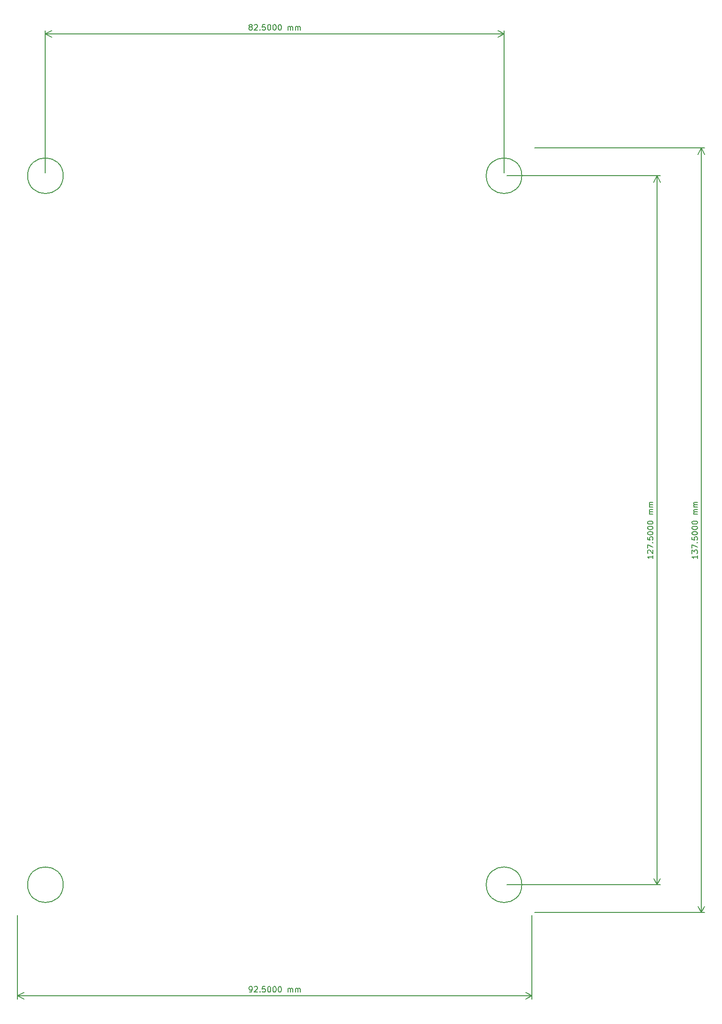
<source format=gbr>
%TF.GenerationSoftware,KiCad,Pcbnew,7.0.9*%
%TF.CreationDate,2024-08-13T21:33:33-05:00*%
%TF.ProjectId,TestStand,54657374-5374-4616-9e64-2e6b69636164,rev?*%
%TF.SameCoordinates,Original*%
%TF.FileFunction,Other,Comment*%
%FSLAX46Y46*%
G04 Gerber Fmt 4.6, Leading zero omitted, Abs format (unit mm)*
G04 Created by KiCad (PCBNEW 7.0.9) date 2024-08-13 21:33:33*
%MOMM*%
%LPD*%
G01*
G04 APERTURE LIST*
%ADD10C,0.150000*%
G04 APERTURE END LIST*
D10*
X144804819Y-136273809D02*
X144804819Y-136845237D01*
X144804819Y-136559523D02*
X143804819Y-136559523D01*
X143804819Y-136559523D02*
X143947676Y-136654761D01*
X143947676Y-136654761D02*
X144042914Y-136749999D01*
X144042914Y-136749999D02*
X144090533Y-136845237D01*
X143804819Y-135940475D02*
X143804819Y-135321428D01*
X143804819Y-135321428D02*
X144185771Y-135654761D01*
X144185771Y-135654761D02*
X144185771Y-135511904D01*
X144185771Y-135511904D02*
X144233390Y-135416666D01*
X144233390Y-135416666D02*
X144281009Y-135369047D01*
X144281009Y-135369047D02*
X144376247Y-135321428D01*
X144376247Y-135321428D02*
X144614342Y-135321428D01*
X144614342Y-135321428D02*
X144709580Y-135369047D01*
X144709580Y-135369047D02*
X144757200Y-135416666D01*
X144757200Y-135416666D02*
X144804819Y-135511904D01*
X144804819Y-135511904D02*
X144804819Y-135797618D01*
X144804819Y-135797618D02*
X144757200Y-135892856D01*
X144757200Y-135892856D02*
X144709580Y-135940475D01*
X143804819Y-134988094D02*
X143804819Y-134321428D01*
X143804819Y-134321428D02*
X144804819Y-134749999D01*
X144709580Y-133940475D02*
X144757200Y-133892856D01*
X144757200Y-133892856D02*
X144804819Y-133940475D01*
X144804819Y-133940475D02*
X144757200Y-133988094D01*
X144757200Y-133988094D02*
X144709580Y-133940475D01*
X144709580Y-133940475D02*
X144804819Y-133940475D01*
X143804819Y-132988095D02*
X143804819Y-133464285D01*
X143804819Y-133464285D02*
X144281009Y-133511904D01*
X144281009Y-133511904D02*
X144233390Y-133464285D01*
X144233390Y-133464285D02*
X144185771Y-133369047D01*
X144185771Y-133369047D02*
X144185771Y-133130952D01*
X144185771Y-133130952D02*
X144233390Y-133035714D01*
X144233390Y-133035714D02*
X144281009Y-132988095D01*
X144281009Y-132988095D02*
X144376247Y-132940476D01*
X144376247Y-132940476D02*
X144614342Y-132940476D01*
X144614342Y-132940476D02*
X144709580Y-132988095D01*
X144709580Y-132988095D02*
X144757200Y-133035714D01*
X144757200Y-133035714D02*
X144804819Y-133130952D01*
X144804819Y-133130952D02*
X144804819Y-133369047D01*
X144804819Y-133369047D02*
X144757200Y-133464285D01*
X144757200Y-133464285D02*
X144709580Y-133511904D01*
X143804819Y-132321428D02*
X143804819Y-132226190D01*
X143804819Y-132226190D02*
X143852438Y-132130952D01*
X143852438Y-132130952D02*
X143900057Y-132083333D01*
X143900057Y-132083333D02*
X143995295Y-132035714D01*
X143995295Y-132035714D02*
X144185771Y-131988095D01*
X144185771Y-131988095D02*
X144423866Y-131988095D01*
X144423866Y-131988095D02*
X144614342Y-132035714D01*
X144614342Y-132035714D02*
X144709580Y-132083333D01*
X144709580Y-132083333D02*
X144757200Y-132130952D01*
X144757200Y-132130952D02*
X144804819Y-132226190D01*
X144804819Y-132226190D02*
X144804819Y-132321428D01*
X144804819Y-132321428D02*
X144757200Y-132416666D01*
X144757200Y-132416666D02*
X144709580Y-132464285D01*
X144709580Y-132464285D02*
X144614342Y-132511904D01*
X144614342Y-132511904D02*
X144423866Y-132559523D01*
X144423866Y-132559523D02*
X144185771Y-132559523D01*
X144185771Y-132559523D02*
X143995295Y-132511904D01*
X143995295Y-132511904D02*
X143900057Y-132464285D01*
X143900057Y-132464285D02*
X143852438Y-132416666D01*
X143852438Y-132416666D02*
X143804819Y-132321428D01*
X143804819Y-131369047D02*
X143804819Y-131273809D01*
X143804819Y-131273809D02*
X143852438Y-131178571D01*
X143852438Y-131178571D02*
X143900057Y-131130952D01*
X143900057Y-131130952D02*
X143995295Y-131083333D01*
X143995295Y-131083333D02*
X144185771Y-131035714D01*
X144185771Y-131035714D02*
X144423866Y-131035714D01*
X144423866Y-131035714D02*
X144614342Y-131083333D01*
X144614342Y-131083333D02*
X144709580Y-131130952D01*
X144709580Y-131130952D02*
X144757200Y-131178571D01*
X144757200Y-131178571D02*
X144804819Y-131273809D01*
X144804819Y-131273809D02*
X144804819Y-131369047D01*
X144804819Y-131369047D02*
X144757200Y-131464285D01*
X144757200Y-131464285D02*
X144709580Y-131511904D01*
X144709580Y-131511904D02*
X144614342Y-131559523D01*
X144614342Y-131559523D02*
X144423866Y-131607142D01*
X144423866Y-131607142D02*
X144185771Y-131607142D01*
X144185771Y-131607142D02*
X143995295Y-131559523D01*
X143995295Y-131559523D02*
X143900057Y-131511904D01*
X143900057Y-131511904D02*
X143852438Y-131464285D01*
X143852438Y-131464285D02*
X143804819Y-131369047D01*
X143804819Y-130416666D02*
X143804819Y-130321428D01*
X143804819Y-130321428D02*
X143852438Y-130226190D01*
X143852438Y-130226190D02*
X143900057Y-130178571D01*
X143900057Y-130178571D02*
X143995295Y-130130952D01*
X143995295Y-130130952D02*
X144185771Y-130083333D01*
X144185771Y-130083333D02*
X144423866Y-130083333D01*
X144423866Y-130083333D02*
X144614342Y-130130952D01*
X144614342Y-130130952D02*
X144709580Y-130178571D01*
X144709580Y-130178571D02*
X144757200Y-130226190D01*
X144757200Y-130226190D02*
X144804819Y-130321428D01*
X144804819Y-130321428D02*
X144804819Y-130416666D01*
X144804819Y-130416666D02*
X144757200Y-130511904D01*
X144757200Y-130511904D02*
X144709580Y-130559523D01*
X144709580Y-130559523D02*
X144614342Y-130607142D01*
X144614342Y-130607142D02*
X144423866Y-130654761D01*
X144423866Y-130654761D02*
X144185771Y-130654761D01*
X144185771Y-130654761D02*
X143995295Y-130607142D01*
X143995295Y-130607142D02*
X143900057Y-130559523D01*
X143900057Y-130559523D02*
X143852438Y-130511904D01*
X143852438Y-130511904D02*
X143804819Y-130416666D01*
X144804819Y-128892856D02*
X144138152Y-128892856D01*
X144233390Y-128892856D02*
X144185771Y-128845237D01*
X144185771Y-128845237D02*
X144138152Y-128749999D01*
X144138152Y-128749999D02*
X144138152Y-128607142D01*
X144138152Y-128607142D02*
X144185771Y-128511904D01*
X144185771Y-128511904D02*
X144281009Y-128464285D01*
X144281009Y-128464285D02*
X144804819Y-128464285D01*
X144281009Y-128464285D02*
X144185771Y-128416666D01*
X144185771Y-128416666D02*
X144138152Y-128321428D01*
X144138152Y-128321428D02*
X144138152Y-128178571D01*
X144138152Y-128178571D02*
X144185771Y-128083332D01*
X144185771Y-128083332D02*
X144281009Y-128035713D01*
X144281009Y-128035713D02*
X144804819Y-128035713D01*
X144804819Y-127559523D02*
X144138152Y-127559523D01*
X144233390Y-127559523D02*
X144185771Y-127511904D01*
X144185771Y-127511904D02*
X144138152Y-127416666D01*
X144138152Y-127416666D02*
X144138152Y-127273809D01*
X144138152Y-127273809D02*
X144185771Y-127178571D01*
X144185771Y-127178571D02*
X144281009Y-127130952D01*
X144281009Y-127130952D02*
X144804819Y-127130952D01*
X144281009Y-127130952D02*
X144185771Y-127083333D01*
X144185771Y-127083333D02*
X144138152Y-126988095D01*
X144138152Y-126988095D02*
X144138152Y-126845238D01*
X144138152Y-126845238D02*
X144185771Y-126749999D01*
X144185771Y-126749999D02*
X144281009Y-126702380D01*
X144281009Y-126702380D02*
X144804819Y-126702380D01*
X115500000Y-200500000D02*
X146086420Y-200500000D01*
X115500000Y-63000000D02*
X146086420Y-63000000D01*
X145500000Y-200500000D02*
X145500000Y-63000000D01*
X145500000Y-200500000D02*
X145500000Y-63000000D01*
X145500000Y-200500000D02*
X144913579Y-199373496D01*
X145500000Y-200500000D02*
X146086421Y-199373496D01*
X145500000Y-63000000D02*
X146086421Y-64126504D01*
X145500000Y-63000000D02*
X144913579Y-64126504D01*
X64226191Y-214804818D02*
X64416667Y-214804818D01*
X64416667Y-214804818D02*
X64511905Y-214757199D01*
X64511905Y-214757199D02*
X64559524Y-214709579D01*
X64559524Y-214709579D02*
X64654762Y-214566722D01*
X64654762Y-214566722D02*
X64702381Y-214376246D01*
X64702381Y-214376246D02*
X64702381Y-213995294D01*
X64702381Y-213995294D02*
X64654762Y-213900056D01*
X64654762Y-213900056D02*
X64607143Y-213852437D01*
X64607143Y-213852437D02*
X64511905Y-213804818D01*
X64511905Y-213804818D02*
X64321429Y-213804818D01*
X64321429Y-213804818D02*
X64226191Y-213852437D01*
X64226191Y-213852437D02*
X64178572Y-213900056D01*
X64178572Y-213900056D02*
X64130953Y-213995294D01*
X64130953Y-213995294D02*
X64130953Y-214233389D01*
X64130953Y-214233389D02*
X64178572Y-214328627D01*
X64178572Y-214328627D02*
X64226191Y-214376246D01*
X64226191Y-214376246D02*
X64321429Y-214423865D01*
X64321429Y-214423865D02*
X64511905Y-214423865D01*
X64511905Y-214423865D02*
X64607143Y-214376246D01*
X64607143Y-214376246D02*
X64654762Y-214328627D01*
X64654762Y-214328627D02*
X64702381Y-214233389D01*
X65083334Y-213900056D02*
X65130953Y-213852437D01*
X65130953Y-213852437D02*
X65226191Y-213804818D01*
X65226191Y-213804818D02*
X65464286Y-213804818D01*
X65464286Y-213804818D02*
X65559524Y-213852437D01*
X65559524Y-213852437D02*
X65607143Y-213900056D01*
X65607143Y-213900056D02*
X65654762Y-213995294D01*
X65654762Y-213995294D02*
X65654762Y-214090532D01*
X65654762Y-214090532D02*
X65607143Y-214233389D01*
X65607143Y-214233389D02*
X65035715Y-214804818D01*
X65035715Y-214804818D02*
X65654762Y-214804818D01*
X66083334Y-214709579D02*
X66130953Y-214757199D01*
X66130953Y-214757199D02*
X66083334Y-214804818D01*
X66083334Y-214804818D02*
X66035715Y-214757199D01*
X66035715Y-214757199D02*
X66083334Y-214709579D01*
X66083334Y-214709579D02*
X66083334Y-214804818D01*
X67035714Y-213804818D02*
X66559524Y-213804818D01*
X66559524Y-213804818D02*
X66511905Y-214281008D01*
X66511905Y-214281008D02*
X66559524Y-214233389D01*
X66559524Y-214233389D02*
X66654762Y-214185770D01*
X66654762Y-214185770D02*
X66892857Y-214185770D01*
X66892857Y-214185770D02*
X66988095Y-214233389D01*
X66988095Y-214233389D02*
X67035714Y-214281008D01*
X67035714Y-214281008D02*
X67083333Y-214376246D01*
X67083333Y-214376246D02*
X67083333Y-214614341D01*
X67083333Y-214614341D02*
X67035714Y-214709579D01*
X67035714Y-214709579D02*
X66988095Y-214757199D01*
X66988095Y-214757199D02*
X66892857Y-214804818D01*
X66892857Y-214804818D02*
X66654762Y-214804818D01*
X66654762Y-214804818D02*
X66559524Y-214757199D01*
X66559524Y-214757199D02*
X66511905Y-214709579D01*
X67702381Y-213804818D02*
X67797619Y-213804818D01*
X67797619Y-213804818D02*
X67892857Y-213852437D01*
X67892857Y-213852437D02*
X67940476Y-213900056D01*
X67940476Y-213900056D02*
X67988095Y-213995294D01*
X67988095Y-213995294D02*
X68035714Y-214185770D01*
X68035714Y-214185770D02*
X68035714Y-214423865D01*
X68035714Y-214423865D02*
X67988095Y-214614341D01*
X67988095Y-214614341D02*
X67940476Y-214709579D01*
X67940476Y-214709579D02*
X67892857Y-214757199D01*
X67892857Y-214757199D02*
X67797619Y-214804818D01*
X67797619Y-214804818D02*
X67702381Y-214804818D01*
X67702381Y-214804818D02*
X67607143Y-214757199D01*
X67607143Y-214757199D02*
X67559524Y-214709579D01*
X67559524Y-214709579D02*
X67511905Y-214614341D01*
X67511905Y-214614341D02*
X67464286Y-214423865D01*
X67464286Y-214423865D02*
X67464286Y-214185770D01*
X67464286Y-214185770D02*
X67511905Y-213995294D01*
X67511905Y-213995294D02*
X67559524Y-213900056D01*
X67559524Y-213900056D02*
X67607143Y-213852437D01*
X67607143Y-213852437D02*
X67702381Y-213804818D01*
X68654762Y-213804818D02*
X68750000Y-213804818D01*
X68750000Y-213804818D02*
X68845238Y-213852437D01*
X68845238Y-213852437D02*
X68892857Y-213900056D01*
X68892857Y-213900056D02*
X68940476Y-213995294D01*
X68940476Y-213995294D02*
X68988095Y-214185770D01*
X68988095Y-214185770D02*
X68988095Y-214423865D01*
X68988095Y-214423865D02*
X68940476Y-214614341D01*
X68940476Y-214614341D02*
X68892857Y-214709579D01*
X68892857Y-214709579D02*
X68845238Y-214757199D01*
X68845238Y-214757199D02*
X68750000Y-214804818D01*
X68750000Y-214804818D02*
X68654762Y-214804818D01*
X68654762Y-214804818D02*
X68559524Y-214757199D01*
X68559524Y-214757199D02*
X68511905Y-214709579D01*
X68511905Y-214709579D02*
X68464286Y-214614341D01*
X68464286Y-214614341D02*
X68416667Y-214423865D01*
X68416667Y-214423865D02*
X68416667Y-214185770D01*
X68416667Y-214185770D02*
X68464286Y-213995294D01*
X68464286Y-213995294D02*
X68511905Y-213900056D01*
X68511905Y-213900056D02*
X68559524Y-213852437D01*
X68559524Y-213852437D02*
X68654762Y-213804818D01*
X69607143Y-213804818D02*
X69702381Y-213804818D01*
X69702381Y-213804818D02*
X69797619Y-213852437D01*
X69797619Y-213852437D02*
X69845238Y-213900056D01*
X69845238Y-213900056D02*
X69892857Y-213995294D01*
X69892857Y-213995294D02*
X69940476Y-214185770D01*
X69940476Y-214185770D02*
X69940476Y-214423865D01*
X69940476Y-214423865D02*
X69892857Y-214614341D01*
X69892857Y-214614341D02*
X69845238Y-214709579D01*
X69845238Y-214709579D02*
X69797619Y-214757199D01*
X69797619Y-214757199D02*
X69702381Y-214804818D01*
X69702381Y-214804818D02*
X69607143Y-214804818D01*
X69607143Y-214804818D02*
X69511905Y-214757199D01*
X69511905Y-214757199D02*
X69464286Y-214709579D01*
X69464286Y-214709579D02*
X69416667Y-214614341D01*
X69416667Y-214614341D02*
X69369048Y-214423865D01*
X69369048Y-214423865D02*
X69369048Y-214185770D01*
X69369048Y-214185770D02*
X69416667Y-213995294D01*
X69416667Y-213995294D02*
X69464286Y-213900056D01*
X69464286Y-213900056D02*
X69511905Y-213852437D01*
X69511905Y-213852437D02*
X69607143Y-213804818D01*
X71130953Y-214804818D02*
X71130953Y-214138151D01*
X71130953Y-214233389D02*
X71178572Y-214185770D01*
X71178572Y-214185770D02*
X71273810Y-214138151D01*
X71273810Y-214138151D02*
X71416667Y-214138151D01*
X71416667Y-214138151D02*
X71511905Y-214185770D01*
X71511905Y-214185770D02*
X71559524Y-214281008D01*
X71559524Y-214281008D02*
X71559524Y-214804818D01*
X71559524Y-214281008D02*
X71607143Y-214185770D01*
X71607143Y-214185770D02*
X71702381Y-214138151D01*
X71702381Y-214138151D02*
X71845238Y-214138151D01*
X71845238Y-214138151D02*
X71940477Y-214185770D01*
X71940477Y-214185770D02*
X71988096Y-214281008D01*
X71988096Y-214281008D02*
X71988096Y-214804818D01*
X72464286Y-214804818D02*
X72464286Y-214138151D01*
X72464286Y-214233389D02*
X72511905Y-214185770D01*
X72511905Y-214185770D02*
X72607143Y-214138151D01*
X72607143Y-214138151D02*
X72750000Y-214138151D01*
X72750000Y-214138151D02*
X72845238Y-214185770D01*
X72845238Y-214185770D02*
X72892857Y-214281008D01*
X72892857Y-214281008D02*
X72892857Y-214804818D01*
X72892857Y-214281008D02*
X72940476Y-214185770D01*
X72940476Y-214185770D02*
X73035714Y-214138151D01*
X73035714Y-214138151D02*
X73178571Y-214138151D01*
X73178571Y-214138151D02*
X73273810Y-214185770D01*
X73273810Y-214185770D02*
X73321429Y-214281008D01*
X73321429Y-214281008D02*
X73321429Y-214804818D01*
X22500000Y-201000000D02*
X22500000Y-216086419D01*
X115000000Y-201000000D02*
X115000000Y-216086419D01*
X22500000Y-215499999D02*
X115000000Y-215499999D01*
X22500000Y-215499999D02*
X115000000Y-215499999D01*
X22500000Y-215499999D02*
X23626504Y-214913578D01*
X22500000Y-215499999D02*
X23626504Y-216086420D01*
X115000000Y-215499999D02*
X113873496Y-216086420D01*
X115000000Y-215499999D02*
X113873496Y-214913578D01*
X136804819Y-136273809D02*
X136804819Y-136845237D01*
X136804819Y-136559523D02*
X135804819Y-136559523D01*
X135804819Y-136559523D02*
X135947676Y-136654761D01*
X135947676Y-136654761D02*
X136042914Y-136749999D01*
X136042914Y-136749999D02*
X136090533Y-136845237D01*
X135900057Y-135892856D02*
X135852438Y-135845237D01*
X135852438Y-135845237D02*
X135804819Y-135749999D01*
X135804819Y-135749999D02*
X135804819Y-135511904D01*
X135804819Y-135511904D02*
X135852438Y-135416666D01*
X135852438Y-135416666D02*
X135900057Y-135369047D01*
X135900057Y-135369047D02*
X135995295Y-135321428D01*
X135995295Y-135321428D02*
X136090533Y-135321428D01*
X136090533Y-135321428D02*
X136233390Y-135369047D01*
X136233390Y-135369047D02*
X136804819Y-135940475D01*
X136804819Y-135940475D02*
X136804819Y-135321428D01*
X135804819Y-134988094D02*
X135804819Y-134321428D01*
X135804819Y-134321428D02*
X136804819Y-134749999D01*
X136709580Y-133940475D02*
X136757200Y-133892856D01*
X136757200Y-133892856D02*
X136804819Y-133940475D01*
X136804819Y-133940475D02*
X136757200Y-133988094D01*
X136757200Y-133988094D02*
X136709580Y-133940475D01*
X136709580Y-133940475D02*
X136804819Y-133940475D01*
X135804819Y-132988095D02*
X135804819Y-133464285D01*
X135804819Y-133464285D02*
X136281009Y-133511904D01*
X136281009Y-133511904D02*
X136233390Y-133464285D01*
X136233390Y-133464285D02*
X136185771Y-133369047D01*
X136185771Y-133369047D02*
X136185771Y-133130952D01*
X136185771Y-133130952D02*
X136233390Y-133035714D01*
X136233390Y-133035714D02*
X136281009Y-132988095D01*
X136281009Y-132988095D02*
X136376247Y-132940476D01*
X136376247Y-132940476D02*
X136614342Y-132940476D01*
X136614342Y-132940476D02*
X136709580Y-132988095D01*
X136709580Y-132988095D02*
X136757200Y-133035714D01*
X136757200Y-133035714D02*
X136804819Y-133130952D01*
X136804819Y-133130952D02*
X136804819Y-133369047D01*
X136804819Y-133369047D02*
X136757200Y-133464285D01*
X136757200Y-133464285D02*
X136709580Y-133511904D01*
X135804819Y-132321428D02*
X135804819Y-132226190D01*
X135804819Y-132226190D02*
X135852438Y-132130952D01*
X135852438Y-132130952D02*
X135900057Y-132083333D01*
X135900057Y-132083333D02*
X135995295Y-132035714D01*
X135995295Y-132035714D02*
X136185771Y-131988095D01*
X136185771Y-131988095D02*
X136423866Y-131988095D01*
X136423866Y-131988095D02*
X136614342Y-132035714D01*
X136614342Y-132035714D02*
X136709580Y-132083333D01*
X136709580Y-132083333D02*
X136757200Y-132130952D01*
X136757200Y-132130952D02*
X136804819Y-132226190D01*
X136804819Y-132226190D02*
X136804819Y-132321428D01*
X136804819Y-132321428D02*
X136757200Y-132416666D01*
X136757200Y-132416666D02*
X136709580Y-132464285D01*
X136709580Y-132464285D02*
X136614342Y-132511904D01*
X136614342Y-132511904D02*
X136423866Y-132559523D01*
X136423866Y-132559523D02*
X136185771Y-132559523D01*
X136185771Y-132559523D02*
X135995295Y-132511904D01*
X135995295Y-132511904D02*
X135900057Y-132464285D01*
X135900057Y-132464285D02*
X135852438Y-132416666D01*
X135852438Y-132416666D02*
X135804819Y-132321428D01*
X135804819Y-131369047D02*
X135804819Y-131273809D01*
X135804819Y-131273809D02*
X135852438Y-131178571D01*
X135852438Y-131178571D02*
X135900057Y-131130952D01*
X135900057Y-131130952D02*
X135995295Y-131083333D01*
X135995295Y-131083333D02*
X136185771Y-131035714D01*
X136185771Y-131035714D02*
X136423866Y-131035714D01*
X136423866Y-131035714D02*
X136614342Y-131083333D01*
X136614342Y-131083333D02*
X136709580Y-131130952D01*
X136709580Y-131130952D02*
X136757200Y-131178571D01*
X136757200Y-131178571D02*
X136804819Y-131273809D01*
X136804819Y-131273809D02*
X136804819Y-131369047D01*
X136804819Y-131369047D02*
X136757200Y-131464285D01*
X136757200Y-131464285D02*
X136709580Y-131511904D01*
X136709580Y-131511904D02*
X136614342Y-131559523D01*
X136614342Y-131559523D02*
X136423866Y-131607142D01*
X136423866Y-131607142D02*
X136185771Y-131607142D01*
X136185771Y-131607142D02*
X135995295Y-131559523D01*
X135995295Y-131559523D02*
X135900057Y-131511904D01*
X135900057Y-131511904D02*
X135852438Y-131464285D01*
X135852438Y-131464285D02*
X135804819Y-131369047D01*
X135804819Y-130416666D02*
X135804819Y-130321428D01*
X135804819Y-130321428D02*
X135852438Y-130226190D01*
X135852438Y-130226190D02*
X135900057Y-130178571D01*
X135900057Y-130178571D02*
X135995295Y-130130952D01*
X135995295Y-130130952D02*
X136185771Y-130083333D01*
X136185771Y-130083333D02*
X136423866Y-130083333D01*
X136423866Y-130083333D02*
X136614342Y-130130952D01*
X136614342Y-130130952D02*
X136709580Y-130178571D01*
X136709580Y-130178571D02*
X136757200Y-130226190D01*
X136757200Y-130226190D02*
X136804819Y-130321428D01*
X136804819Y-130321428D02*
X136804819Y-130416666D01*
X136804819Y-130416666D02*
X136757200Y-130511904D01*
X136757200Y-130511904D02*
X136709580Y-130559523D01*
X136709580Y-130559523D02*
X136614342Y-130607142D01*
X136614342Y-130607142D02*
X136423866Y-130654761D01*
X136423866Y-130654761D02*
X136185771Y-130654761D01*
X136185771Y-130654761D02*
X135995295Y-130607142D01*
X135995295Y-130607142D02*
X135900057Y-130559523D01*
X135900057Y-130559523D02*
X135852438Y-130511904D01*
X135852438Y-130511904D02*
X135804819Y-130416666D01*
X136804819Y-128892856D02*
X136138152Y-128892856D01*
X136233390Y-128892856D02*
X136185771Y-128845237D01*
X136185771Y-128845237D02*
X136138152Y-128749999D01*
X136138152Y-128749999D02*
X136138152Y-128607142D01*
X136138152Y-128607142D02*
X136185771Y-128511904D01*
X136185771Y-128511904D02*
X136281009Y-128464285D01*
X136281009Y-128464285D02*
X136804819Y-128464285D01*
X136281009Y-128464285D02*
X136185771Y-128416666D01*
X136185771Y-128416666D02*
X136138152Y-128321428D01*
X136138152Y-128321428D02*
X136138152Y-128178571D01*
X136138152Y-128178571D02*
X136185771Y-128083332D01*
X136185771Y-128083332D02*
X136281009Y-128035713D01*
X136281009Y-128035713D02*
X136804819Y-128035713D01*
X136804819Y-127559523D02*
X136138152Y-127559523D01*
X136233390Y-127559523D02*
X136185771Y-127511904D01*
X136185771Y-127511904D02*
X136138152Y-127416666D01*
X136138152Y-127416666D02*
X136138152Y-127273809D01*
X136138152Y-127273809D02*
X136185771Y-127178571D01*
X136185771Y-127178571D02*
X136281009Y-127130952D01*
X136281009Y-127130952D02*
X136804819Y-127130952D01*
X136281009Y-127130952D02*
X136185771Y-127083333D01*
X136185771Y-127083333D02*
X136138152Y-126988095D01*
X136138152Y-126988095D02*
X136138152Y-126845238D01*
X136138152Y-126845238D02*
X136185771Y-126749999D01*
X136185771Y-126749999D02*
X136281009Y-126702380D01*
X136281009Y-126702380D02*
X136804819Y-126702380D01*
X110500000Y-68000000D02*
X138086420Y-68000000D01*
X110500000Y-195500000D02*
X138086420Y-195500000D01*
X137500000Y-68000000D02*
X137500000Y-195500000D01*
X137500000Y-68000000D02*
X137500000Y-195500000D01*
X137500000Y-68000000D02*
X138086421Y-69126504D01*
X137500000Y-68000000D02*
X136913579Y-69126504D01*
X137500000Y-195500000D02*
X136913579Y-194373496D01*
X137500000Y-195500000D02*
X138086421Y-194373496D01*
X64321429Y-41233390D02*
X64226191Y-41185771D01*
X64226191Y-41185771D02*
X64178572Y-41138152D01*
X64178572Y-41138152D02*
X64130953Y-41042914D01*
X64130953Y-41042914D02*
X64130953Y-40995295D01*
X64130953Y-40995295D02*
X64178572Y-40900057D01*
X64178572Y-40900057D02*
X64226191Y-40852438D01*
X64226191Y-40852438D02*
X64321429Y-40804819D01*
X64321429Y-40804819D02*
X64511905Y-40804819D01*
X64511905Y-40804819D02*
X64607143Y-40852438D01*
X64607143Y-40852438D02*
X64654762Y-40900057D01*
X64654762Y-40900057D02*
X64702381Y-40995295D01*
X64702381Y-40995295D02*
X64702381Y-41042914D01*
X64702381Y-41042914D02*
X64654762Y-41138152D01*
X64654762Y-41138152D02*
X64607143Y-41185771D01*
X64607143Y-41185771D02*
X64511905Y-41233390D01*
X64511905Y-41233390D02*
X64321429Y-41233390D01*
X64321429Y-41233390D02*
X64226191Y-41281009D01*
X64226191Y-41281009D02*
X64178572Y-41328628D01*
X64178572Y-41328628D02*
X64130953Y-41423866D01*
X64130953Y-41423866D02*
X64130953Y-41614342D01*
X64130953Y-41614342D02*
X64178572Y-41709580D01*
X64178572Y-41709580D02*
X64226191Y-41757200D01*
X64226191Y-41757200D02*
X64321429Y-41804819D01*
X64321429Y-41804819D02*
X64511905Y-41804819D01*
X64511905Y-41804819D02*
X64607143Y-41757200D01*
X64607143Y-41757200D02*
X64654762Y-41709580D01*
X64654762Y-41709580D02*
X64702381Y-41614342D01*
X64702381Y-41614342D02*
X64702381Y-41423866D01*
X64702381Y-41423866D02*
X64654762Y-41328628D01*
X64654762Y-41328628D02*
X64607143Y-41281009D01*
X64607143Y-41281009D02*
X64511905Y-41233390D01*
X65083334Y-40900057D02*
X65130953Y-40852438D01*
X65130953Y-40852438D02*
X65226191Y-40804819D01*
X65226191Y-40804819D02*
X65464286Y-40804819D01*
X65464286Y-40804819D02*
X65559524Y-40852438D01*
X65559524Y-40852438D02*
X65607143Y-40900057D01*
X65607143Y-40900057D02*
X65654762Y-40995295D01*
X65654762Y-40995295D02*
X65654762Y-41090533D01*
X65654762Y-41090533D02*
X65607143Y-41233390D01*
X65607143Y-41233390D02*
X65035715Y-41804819D01*
X65035715Y-41804819D02*
X65654762Y-41804819D01*
X66083334Y-41709580D02*
X66130953Y-41757200D01*
X66130953Y-41757200D02*
X66083334Y-41804819D01*
X66083334Y-41804819D02*
X66035715Y-41757200D01*
X66035715Y-41757200D02*
X66083334Y-41709580D01*
X66083334Y-41709580D02*
X66083334Y-41804819D01*
X67035714Y-40804819D02*
X66559524Y-40804819D01*
X66559524Y-40804819D02*
X66511905Y-41281009D01*
X66511905Y-41281009D02*
X66559524Y-41233390D01*
X66559524Y-41233390D02*
X66654762Y-41185771D01*
X66654762Y-41185771D02*
X66892857Y-41185771D01*
X66892857Y-41185771D02*
X66988095Y-41233390D01*
X66988095Y-41233390D02*
X67035714Y-41281009D01*
X67035714Y-41281009D02*
X67083333Y-41376247D01*
X67083333Y-41376247D02*
X67083333Y-41614342D01*
X67083333Y-41614342D02*
X67035714Y-41709580D01*
X67035714Y-41709580D02*
X66988095Y-41757200D01*
X66988095Y-41757200D02*
X66892857Y-41804819D01*
X66892857Y-41804819D02*
X66654762Y-41804819D01*
X66654762Y-41804819D02*
X66559524Y-41757200D01*
X66559524Y-41757200D02*
X66511905Y-41709580D01*
X67702381Y-40804819D02*
X67797619Y-40804819D01*
X67797619Y-40804819D02*
X67892857Y-40852438D01*
X67892857Y-40852438D02*
X67940476Y-40900057D01*
X67940476Y-40900057D02*
X67988095Y-40995295D01*
X67988095Y-40995295D02*
X68035714Y-41185771D01*
X68035714Y-41185771D02*
X68035714Y-41423866D01*
X68035714Y-41423866D02*
X67988095Y-41614342D01*
X67988095Y-41614342D02*
X67940476Y-41709580D01*
X67940476Y-41709580D02*
X67892857Y-41757200D01*
X67892857Y-41757200D02*
X67797619Y-41804819D01*
X67797619Y-41804819D02*
X67702381Y-41804819D01*
X67702381Y-41804819D02*
X67607143Y-41757200D01*
X67607143Y-41757200D02*
X67559524Y-41709580D01*
X67559524Y-41709580D02*
X67511905Y-41614342D01*
X67511905Y-41614342D02*
X67464286Y-41423866D01*
X67464286Y-41423866D02*
X67464286Y-41185771D01*
X67464286Y-41185771D02*
X67511905Y-40995295D01*
X67511905Y-40995295D02*
X67559524Y-40900057D01*
X67559524Y-40900057D02*
X67607143Y-40852438D01*
X67607143Y-40852438D02*
X67702381Y-40804819D01*
X68654762Y-40804819D02*
X68750000Y-40804819D01*
X68750000Y-40804819D02*
X68845238Y-40852438D01*
X68845238Y-40852438D02*
X68892857Y-40900057D01*
X68892857Y-40900057D02*
X68940476Y-40995295D01*
X68940476Y-40995295D02*
X68988095Y-41185771D01*
X68988095Y-41185771D02*
X68988095Y-41423866D01*
X68988095Y-41423866D02*
X68940476Y-41614342D01*
X68940476Y-41614342D02*
X68892857Y-41709580D01*
X68892857Y-41709580D02*
X68845238Y-41757200D01*
X68845238Y-41757200D02*
X68750000Y-41804819D01*
X68750000Y-41804819D02*
X68654762Y-41804819D01*
X68654762Y-41804819D02*
X68559524Y-41757200D01*
X68559524Y-41757200D02*
X68511905Y-41709580D01*
X68511905Y-41709580D02*
X68464286Y-41614342D01*
X68464286Y-41614342D02*
X68416667Y-41423866D01*
X68416667Y-41423866D02*
X68416667Y-41185771D01*
X68416667Y-41185771D02*
X68464286Y-40995295D01*
X68464286Y-40995295D02*
X68511905Y-40900057D01*
X68511905Y-40900057D02*
X68559524Y-40852438D01*
X68559524Y-40852438D02*
X68654762Y-40804819D01*
X69607143Y-40804819D02*
X69702381Y-40804819D01*
X69702381Y-40804819D02*
X69797619Y-40852438D01*
X69797619Y-40852438D02*
X69845238Y-40900057D01*
X69845238Y-40900057D02*
X69892857Y-40995295D01*
X69892857Y-40995295D02*
X69940476Y-41185771D01*
X69940476Y-41185771D02*
X69940476Y-41423866D01*
X69940476Y-41423866D02*
X69892857Y-41614342D01*
X69892857Y-41614342D02*
X69845238Y-41709580D01*
X69845238Y-41709580D02*
X69797619Y-41757200D01*
X69797619Y-41757200D02*
X69702381Y-41804819D01*
X69702381Y-41804819D02*
X69607143Y-41804819D01*
X69607143Y-41804819D02*
X69511905Y-41757200D01*
X69511905Y-41757200D02*
X69464286Y-41709580D01*
X69464286Y-41709580D02*
X69416667Y-41614342D01*
X69416667Y-41614342D02*
X69369048Y-41423866D01*
X69369048Y-41423866D02*
X69369048Y-41185771D01*
X69369048Y-41185771D02*
X69416667Y-40995295D01*
X69416667Y-40995295D02*
X69464286Y-40900057D01*
X69464286Y-40900057D02*
X69511905Y-40852438D01*
X69511905Y-40852438D02*
X69607143Y-40804819D01*
X71130953Y-41804819D02*
X71130953Y-41138152D01*
X71130953Y-41233390D02*
X71178572Y-41185771D01*
X71178572Y-41185771D02*
X71273810Y-41138152D01*
X71273810Y-41138152D02*
X71416667Y-41138152D01*
X71416667Y-41138152D02*
X71511905Y-41185771D01*
X71511905Y-41185771D02*
X71559524Y-41281009D01*
X71559524Y-41281009D02*
X71559524Y-41804819D01*
X71559524Y-41281009D02*
X71607143Y-41185771D01*
X71607143Y-41185771D02*
X71702381Y-41138152D01*
X71702381Y-41138152D02*
X71845238Y-41138152D01*
X71845238Y-41138152D02*
X71940477Y-41185771D01*
X71940477Y-41185771D02*
X71988096Y-41281009D01*
X71988096Y-41281009D02*
X71988096Y-41804819D01*
X72464286Y-41804819D02*
X72464286Y-41138152D01*
X72464286Y-41233390D02*
X72511905Y-41185771D01*
X72511905Y-41185771D02*
X72607143Y-41138152D01*
X72607143Y-41138152D02*
X72750000Y-41138152D01*
X72750000Y-41138152D02*
X72845238Y-41185771D01*
X72845238Y-41185771D02*
X72892857Y-41281009D01*
X72892857Y-41281009D02*
X72892857Y-41804819D01*
X72892857Y-41281009D02*
X72940476Y-41185771D01*
X72940476Y-41185771D02*
X73035714Y-41138152D01*
X73035714Y-41138152D02*
X73178571Y-41138152D01*
X73178571Y-41138152D02*
X73273810Y-41185771D01*
X73273810Y-41185771D02*
X73321429Y-41281009D01*
X73321429Y-41281009D02*
X73321429Y-41804819D01*
X27500000Y-67500000D02*
X27500000Y-41913580D01*
X110000000Y-67500000D02*
X110000000Y-41913580D01*
X27500000Y-42500000D02*
X110000000Y-42500000D01*
X27500000Y-42500000D02*
X110000000Y-42500000D01*
X27500000Y-42500000D02*
X28626504Y-41913579D01*
X27500000Y-42500000D02*
X28626504Y-43086421D01*
X110000000Y-42500000D02*
X108873496Y-43086421D01*
X110000000Y-42500000D02*
X108873496Y-41913579D01*
%TO.C,H4*%
X30700000Y-195500000D02*
G75*
G03*
X30700000Y-195500000I-3200000J0D01*
G01*
%TO.C,H3*%
X113200000Y-195500000D02*
G75*
G03*
X113200000Y-195500000I-3200000J0D01*
G01*
%TO.C,H2*%
X113200000Y-68000000D02*
G75*
G03*
X113200000Y-68000000I-3200000J0D01*
G01*
%TO.C,H1*%
X30700000Y-68000000D02*
G75*
G03*
X30700000Y-68000000I-3200000J0D01*
G01*
%TD*%
M02*

</source>
